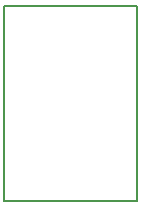
<source format=gbr>
G04 DipTrace 3.1.0.1*
G04 BoardOutline.gbr*
%MOIN*%
G04 #@! TF.FileFunction,Profile*
G04 #@! TF.Part,Single*
%ADD11C,0.005512*%
%FSLAX26Y26*%
G04*
G70*
G90*
G75*
G01*
G04 BoardOutline*
%LPD*%
X393701Y1045276D2*
D11*
X836614D1*
Y393701D1*
X393701D1*
Y1045276D1*
M02*

</source>
